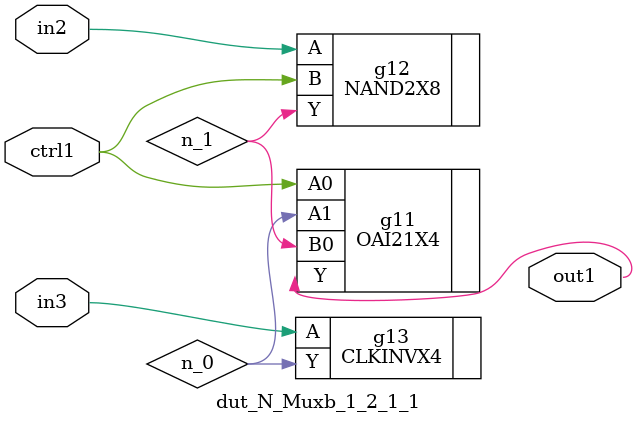
<source format=v>
`timescale 1ps / 1ps


module dut_N_Muxb_1_2_1_1(in3, in2, ctrl1, out1);
  input in3, in2, ctrl1;
  output out1;
  wire in3, in2, ctrl1;
  wire out1;
  wire n_0, n_1;
  OAI21X4 g11(.A0 (ctrl1), .A1 (n_0), .B0 (n_1), .Y (out1));
  NAND2X8 g12(.A (in2), .B (ctrl1), .Y (n_1));
  CLKINVX4 g13(.A (in3), .Y (n_0));
endmodule



</source>
